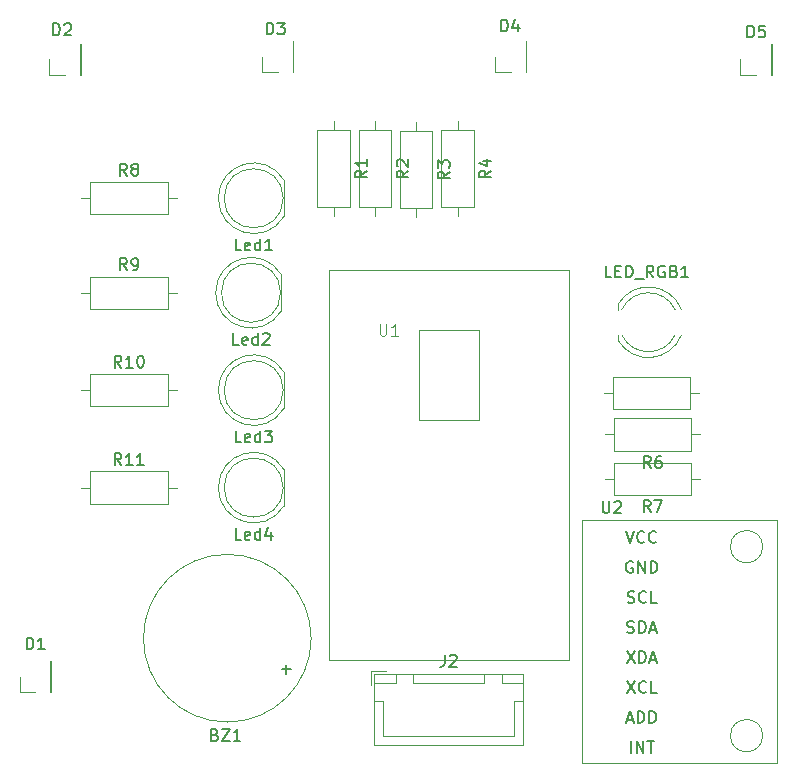
<source format=gbr>
%TF.GenerationSoftware,KiCad,Pcbnew,8.0.5*%
%TF.CreationDate,2024-11-18T10:32:16-03:00*%
%TF.ProjectId,PCB_Luva,5043425f-4c75-4766-912e-6b696361645f,rev?*%
%TF.SameCoordinates,Original*%
%TF.FileFunction,Legend,Top*%
%TF.FilePolarity,Positive*%
%FSLAX46Y46*%
G04 Gerber Fmt 4.6, Leading zero omitted, Abs format (unit mm)*
G04 Created by KiCad (PCBNEW 8.0.5) date 2024-11-18 10:32:16*
%MOMM*%
%LPD*%
G01*
G04 APERTURE LIST*
%ADD10C,0.150000*%
%ADD11C,0.100000*%
%ADD12C,0.120000*%
G04 APERTURE END LIST*
D10*
X112527142Y-98834819D02*
X112193809Y-98358628D01*
X111955714Y-98834819D02*
X111955714Y-97834819D01*
X111955714Y-97834819D02*
X112336666Y-97834819D01*
X112336666Y-97834819D02*
X112431904Y-97882438D01*
X112431904Y-97882438D02*
X112479523Y-97930057D01*
X112479523Y-97930057D02*
X112527142Y-98025295D01*
X112527142Y-98025295D02*
X112527142Y-98168152D01*
X112527142Y-98168152D02*
X112479523Y-98263390D01*
X112479523Y-98263390D02*
X112431904Y-98311009D01*
X112431904Y-98311009D02*
X112336666Y-98358628D01*
X112336666Y-98358628D02*
X111955714Y-98358628D01*
X113479523Y-98834819D02*
X112908095Y-98834819D01*
X113193809Y-98834819D02*
X113193809Y-97834819D01*
X113193809Y-97834819D02*
X113098571Y-97977676D01*
X113098571Y-97977676D02*
X113003333Y-98072914D01*
X113003333Y-98072914D02*
X112908095Y-98120533D01*
X114098571Y-97834819D02*
X114193809Y-97834819D01*
X114193809Y-97834819D02*
X114289047Y-97882438D01*
X114289047Y-97882438D02*
X114336666Y-97930057D01*
X114336666Y-97930057D02*
X114384285Y-98025295D01*
X114384285Y-98025295D02*
X114431904Y-98215771D01*
X114431904Y-98215771D02*
X114431904Y-98453866D01*
X114431904Y-98453866D02*
X114384285Y-98644342D01*
X114384285Y-98644342D02*
X114336666Y-98739580D01*
X114336666Y-98739580D02*
X114289047Y-98787200D01*
X114289047Y-98787200D02*
X114193809Y-98834819D01*
X114193809Y-98834819D02*
X114098571Y-98834819D01*
X114098571Y-98834819D02*
X114003333Y-98787200D01*
X114003333Y-98787200D02*
X113955714Y-98739580D01*
X113955714Y-98739580D02*
X113908095Y-98644342D01*
X113908095Y-98644342D02*
X113860476Y-98453866D01*
X113860476Y-98453866D02*
X113860476Y-98215771D01*
X113860476Y-98215771D02*
X113908095Y-98025295D01*
X113908095Y-98025295D02*
X113955714Y-97930057D01*
X113955714Y-97930057D02*
X114003333Y-97882438D01*
X114003333Y-97882438D02*
X114098571Y-97834819D01*
X122682380Y-88914819D02*
X122206190Y-88914819D01*
X122206190Y-88914819D02*
X122206190Y-87914819D01*
X123396666Y-88867200D02*
X123301428Y-88914819D01*
X123301428Y-88914819D02*
X123110952Y-88914819D01*
X123110952Y-88914819D02*
X123015714Y-88867200D01*
X123015714Y-88867200D02*
X122968095Y-88771961D01*
X122968095Y-88771961D02*
X122968095Y-88391009D01*
X122968095Y-88391009D02*
X123015714Y-88295771D01*
X123015714Y-88295771D02*
X123110952Y-88248152D01*
X123110952Y-88248152D02*
X123301428Y-88248152D01*
X123301428Y-88248152D02*
X123396666Y-88295771D01*
X123396666Y-88295771D02*
X123444285Y-88391009D01*
X123444285Y-88391009D02*
X123444285Y-88486247D01*
X123444285Y-88486247D02*
X122968095Y-88581485D01*
X124301428Y-88914819D02*
X124301428Y-87914819D01*
X124301428Y-88867200D02*
X124206190Y-88914819D01*
X124206190Y-88914819D02*
X124015714Y-88914819D01*
X124015714Y-88914819D02*
X123920476Y-88867200D01*
X123920476Y-88867200D02*
X123872857Y-88819580D01*
X123872857Y-88819580D02*
X123825238Y-88724342D01*
X123825238Y-88724342D02*
X123825238Y-88438628D01*
X123825238Y-88438628D02*
X123872857Y-88343390D01*
X123872857Y-88343390D02*
X123920476Y-88295771D01*
X123920476Y-88295771D02*
X124015714Y-88248152D01*
X124015714Y-88248152D02*
X124206190Y-88248152D01*
X124206190Y-88248152D02*
X124301428Y-88295771D01*
X125301428Y-88914819D02*
X124730000Y-88914819D01*
X125015714Y-88914819D02*
X125015714Y-87914819D01*
X125015714Y-87914819D02*
X124920476Y-88057676D01*
X124920476Y-88057676D02*
X124825238Y-88152914D01*
X124825238Y-88152914D02*
X124730000Y-88200533D01*
X165536905Y-70879819D02*
X165536905Y-69879819D01*
X165536905Y-69879819D02*
X165775000Y-69879819D01*
X165775000Y-69879819D02*
X165917857Y-69927438D01*
X165917857Y-69927438D02*
X166013095Y-70022676D01*
X166013095Y-70022676D02*
X166060714Y-70117914D01*
X166060714Y-70117914D02*
X166108333Y-70308390D01*
X166108333Y-70308390D02*
X166108333Y-70451247D01*
X166108333Y-70451247D02*
X166060714Y-70641723D01*
X166060714Y-70641723D02*
X166013095Y-70736961D01*
X166013095Y-70736961D02*
X165917857Y-70832200D01*
X165917857Y-70832200D02*
X165775000Y-70879819D01*
X165775000Y-70879819D02*
X165536905Y-70879819D01*
X167013095Y-69879819D02*
X166536905Y-69879819D01*
X166536905Y-69879819D02*
X166489286Y-70356009D01*
X166489286Y-70356009D02*
X166536905Y-70308390D01*
X166536905Y-70308390D02*
X166632143Y-70260771D01*
X166632143Y-70260771D02*
X166870238Y-70260771D01*
X166870238Y-70260771D02*
X166965476Y-70308390D01*
X166965476Y-70308390D02*
X167013095Y-70356009D01*
X167013095Y-70356009D02*
X167060714Y-70451247D01*
X167060714Y-70451247D02*
X167060714Y-70689342D01*
X167060714Y-70689342D02*
X167013095Y-70784580D01*
X167013095Y-70784580D02*
X166965476Y-70832200D01*
X166965476Y-70832200D02*
X166870238Y-70879819D01*
X166870238Y-70879819D02*
X166632143Y-70879819D01*
X166632143Y-70879819D02*
X166536905Y-70832200D01*
X166536905Y-70832200D02*
X166489286Y-70784580D01*
X124836905Y-70629819D02*
X124836905Y-69629819D01*
X124836905Y-69629819D02*
X125075000Y-69629819D01*
X125075000Y-69629819D02*
X125217857Y-69677438D01*
X125217857Y-69677438D02*
X125313095Y-69772676D01*
X125313095Y-69772676D02*
X125360714Y-69867914D01*
X125360714Y-69867914D02*
X125408333Y-70058390D01*
X125408333Y-70058390D02*
X125408333Y-70201247D01*
X125408333Y-70201247D02*
X125360714Y-70391723D01*
X125360714Y-70391723D02*
X125313095Y-70486961D01*
X125313095Y-70486961D02*
X125217857Y-70582200D01*
X125217857Y-70582200D02*
X125075000Y-70629819D01*
X125075000Y-70629819D02*
X124836905Y-70629819D01*
X125741667Y-69629819D02*
X126360714Y-69629819D01*
X126360714Y-69629819D02*
X126027381Y-70010771D01*
X126027381Y-70010771D02*
X126170238Y-70010771D01*
X126170238Y-70010771D02*
X126265476Y-70058390D01*
X126265476Y-70058390D02*
X126313095Y-70106009D01*
X126313095Y-70106009D02*
X126360714Y-70201247D01*
X126360714Y-70201247D02*
X126360714Y-70439342D01*
X126360714Y-70439342D02*
X126313095Y-70534580D01*
X126313095Y-70534580D02*
X126265476Y-70582200D01*
X126265476Y-70582200D02*
X126170238Y-70629819D01*
X126170238Y-70629819D02*
X125884524Y-70629819D01*
X125884524Y-70629819D02*
X125789286Y-70582200D01*
X125789286Y-70582200D02*
X125741667Y-70534580D01*
X113003333Y-90584819D02*
X112670000Y-90108628D01*
X112431905Y-90584819D02*
X112431905Y-89584819D01*
X112431905Y-89584819D02*
X112812857Y-89584819D01*
X112812857Y-89584819D02*
X112908095Y-89632438D01*
X112908095Y-89632438D02*
X112955714Y-89680057D01*
X112955714Y-89680057D02*
X113003333Y-89775295D01*
X113003333Y-89775295D02*
X113003333Y-89918152D01*
X113003333Y-89918152D02*
X112955714Y-90013390D01*
X112955714Y-90013390D02*
X112908095Y-90061009D01*
X112908095Y-90061009D02*
X112812857Y-90108628D01*
X112812857Y-90108628D02*
X112431905Y-90108628D01*
X113479524Y-90584819D02*
X113670000Y-90584819D01*
X113670000Y-90584819D02*
X113765238Y-90537200D01*
X113765238Y-90537200D02*
X113812857Y-90489580D01*
X113812857Y-90489580D02*
X113908095Y-90346723D01*
X113908095Y-90346723D02*
X113955714Y-90156247D01*
X113955714Y-90156247D02*
X113955714Y-89775295D01*
X113955714Y-89775295D02*
X113908095Y-89680057D01*
X113908095Y-89680057D02*
X113860476Y-89632438D01*
X113860476Y-89632438D02*
X113765238Y-89584819D01*
X113765238Y-89584819D02*
X113574762Y-89584819D01*
X113574762Y-89584819D02*
X113479524Y-89632438D01*
X113479524Y-89632438D02*
X113431905Y-89680057D01*
X113431905Y-89680057D02*
X113384286Y-89775295D01*
X113384286Y-89775295D02*
X113384286Y-90013390D01*
X113384286Y-90013390D02*
X113431905Y-90108628D01*
X113431905Y-90108628D02*
X113479524Y-90156247D01*
X113479524Y-90156247D02*
X113574762Y-90203866D01*
X113574762Y-90203866D02*
X113765238Y-90203866D01*
X113765238Y-90203866D02*
X113860476Y-90156247D01*
X113860476Y-90156247D02*
X113908095Y-90108628D01*
X113908095Y-90108628D02*
X113955714Y-90013390D01*
X143824819Y-82166666D02*
X143348628Y-82499999D01*
X143824819Y-82738094D02*
X142824819Y-82738094D01*
X142824819Y-82738094D02*
X142824819Y-82357142D01*
X142824819Y-82357142D02*
X142872438Y-82261904D01*
X142872438Y-82261904D02*
X142920057Y-82214285D01*
X142920057Y-82214285D02*
X143015295Y-82166666D01*
X143015295Y-82166666D02*
X143158152Y-82166666D01*
X143158152Y-82166666D02*
X143253390Y-82214285D01*
X143253390Y-82214285D02*
X143301009Y-82261904D01*
X143301009Y-82261904D02*
X143348628Y-82357142D01*
X143348628Y-82357142D02*
X143348628Y-82738094D01*
X143158152Y-81309523D02*
X143824819Y-81309523D01*
X142777200Y-81547618D02*
X143491485Y-81785713D01*
X143491485Y-81785713D02*
X143491485Y-81166666D01*
D11*
X134393095Y-95127419D02*
X134393095Y-95936942D01*
X134393095Y-95936942D02*
X134440714Y-96032180D01*
X134440714Y-96032180D02*
X134488333Y-96079800D01*
X134488333Y-96079800D02*
X134583571Y-96127419D01*
X134583571Y-96127419D02*
X134774047Y-96127419D01*
X134774047Y-96127419D02*
X134869285Y-96079800D01*
X134869285Y-96079800D02*
X134916904Y-96032180D01*
X134916904Y-96032180D02*
X134964523Y-95936942D01*
X134964523Y-95936942D02*
X134964523Y-95127419D01*
X135964523Y-96127419D02*
X135393095Y-96127419D01*
X135678809Y-96127419D02*
X135678809Y-95127419D01*
X135678809Y-95127419D02*
X135583571Y-95270276D01*
X135583571Y-95270276D02*
X135488333Y-95365514D01*
X135488333Y-95365514D02*
X135393095Y-95413133D01*
D10*
X106761905Y-70704819D02*
X106761905Y-69704819D01*
X106761905Y-69704819D02*
X107000000Y-69704819D01*
X107000000Y-69704819D02*
X107142857Y-69752438D01*
X107142857Y-69752438D02*
X107238095Y-69847676D01*
X107238095Y-69847676D02*
X107285714Y-69942914D01*
X107285714Y-69942914D02*
X107333333Y-70133390D01*
X107333333Y-70133390D02*
X107333333Y-70276247D01*
X107333333Y-70276247D02*
X107285714Y-70466723D01*
X107285714Y-70466723D02*
X107238095Y-70561961D01*
X107238095Y-70561961D02*
X107142857Y-70657200D01*
X107142857Y-70657200D02*
X107000000Y-70704819D01*
X107000000Y-70704819D02*
X106761905Y-70704819D01*
X107714286Y-69800057D02*
X107761905Y-69752438D01*
X107761905Y-69752438D02*
X107857143Y-69704819D01*
X107857143Y-69704819D02*
X108095238Y-69704819D01*
X108095238Y-69704819D02*
X108190476Y-69752438D01*
X108190476Y-69752438D02*
X108238095Y-69800057D01*
X108238095Y-69800057D02*
X108285714Y-69895295D01*
X108285714Y-69895295D02*
X108285714Y-69990533D01*
X108285714Y-69990533D02*
X108238095Y-70133390D01*
X108238095Y-70133390D02*
X107666667Y-70704819D01*
X107666667Y-70704819D02*
X108285714Y-70704819D01*
X122457380Y-96914819D02*
X121981190Y-96914819D01*
X121981190Y-96914819D02*
X121981190Y-95914819D01*
X123171666Y-96867200D02*
X123076428Y-96914819D01*
X123076428Y-96914819D02*
X122885952Y-96914819D01*
X122885952Y-96914819D02*
X122790714Y-96867200D01*
X122790714Y-96867200D02*
X122743095Y-96771961D01*
X122743095Y-96771961D02*
X122743095Y-96391009D01*
X122743095Y-96391009D02*
X122790714Y-96295771D01*
X122790714Y-96295771D02*
X122885952Y-96248152D01*
X122885952Y-96248152D02*
X123076428Y-96248152D01*
X123076428Y-96248152D02*
X123171666Y-96295771D01*
X123171666Y-96295771D02*
X123219285Y-96391009D01*
X123219285Y-96391009D02*
X123219285Y-96486247D01*
X123219285Y-96486247D02*
X122743095Y-96581485D01*
X124076428Y-96914819D02*
X124076428Y-95914819D01*
X124076428Y-96867200D02*
X123981190Y-96914819D01*
X123981190Y-96914819D02*
X123790714Y-96914819D01*
X123790714Y-96914819D02*
X123695476Y-96867200D01*
X123695476Y-96867200D02*
X123647857Y-96819580D01*
X123647857Y-96819580D02*
X123600238Y-96724342D01*
X123600238Y-96724342D02*
X123600238Y-96438628D01*
X123600238Y-96438628D02*
X123647857Y-96343390D01*
X123647857Y-96343390D02*
X123695476Y-96295771D01*
X123695476Y-96295771D02*
X123790714Y-96248152D01*
X123790714Y-96248152D02*
X123981190Y-96248152D01*
X123981190Y-96248152D02*
X124076428Y-96295771D01*
X124505000Y-96010057D02*
X124552619Y-95962438D01*
X124552619Y-95962438D02*
X124647857Y-95914819D01*
X124647857Y-95914819D02*
X124885952Y-95914819D01*
X124885952Y-95914819D02*
X124981190Y-95962438D01*
X124981190Y-95962438D02*
X125028809Y-96010057D01*
X125028809Y-96010057D02*
X125076428Y-96105295D01*
X125076428Y-96105295D02*
X125076428Y-96200533D01*
X125076428Y-96200533D02*
X125028809Y-96343390D01*
X125028809Y-96343390D02*
X124457381Y-96914819D01*
X124457381Y-96914819D02*
X125076428Y-96914819D01*
X157333333Y-111074819D02*
X157000000Y-110598628D01*
X156761905Y-111074819D02*
X156761905Y-110074819D01*
X156761905Y-110074819D02*
X157142857Y-110074819D01*
X157142857Y-110074819D02*
X157238095Y-110122438D01*
X157238095Y-110122438D02*
X157285714Y-110170057D01*
X157285714Y-110170057D02*
X157333333Y-110265295D01*
X157333333Y-110265295D02*
X157333333Y-110408152D01*
X157333333Y-110408152D02*
X157285714Y-110503390D01*
X157285714Y-110503390D02*
X157238095Y-110551009D01*
X157238095Y-110551009D02*
X157142857Y-110598628D01*
X157142857Y-110598628D02*
X156761905Y-110598628D01*
X157666667Y-110074819D02*
X158333333Y-110074819D01*
X158333333Y-110074819D02*
X157904762Y-111074819D01*
X144686905Y-70379819D02*
X144686905Y-69379819D01*
X144686905Y-69379819D02*
X144925000Y-69379819D01*
X144925000Y-69379819D02*
X145067857Y-69427438D01*
X145067857Y-69427438D02*
X145163095Y-69522676D01*
X145163095Y-69522676D02*
X145210714Y-69617914D01*
X145210714Y-69617914D02*
X145258333Y-69808390D01*
X145258333Y-69808390D02*
X145258333Y-69951247D01*
X145258333Y-69951247D02*
X145210714Y-70141723D01*
X145210714Y-70141723D02*
X145163095Y-70236961D01*
X145163095Y-70236961D02*
X145067857Y-70332200D01*
X145067857Y-70332200D02*
X144925000Y-70379819D01*
X144925000Y-70379819D02*
X144686905Y-70379819D01*
X146115476Y-69713152D02*
X146115476Y-70379819D01*
X145877381Y-69332200D02*
X145639286Y-70046485D01*
X145639286Y-70046485D02*
X146258333Y-70046485D01*
X133324819Y-82166666D02*
X132848628Y-82499999D01*
X133324819Y-82738094D02*
X132324819Y-82738094D01*
X132324819Y-82738094D02*
X132324819Y-82357142D01*
X132324819Y-82357142D02*
X132372438Y-82261904D01*
X132372438Y-82261904D02*
X132420057Y-82214285D01*
X132420057Y-82214285D02*
X132515295Y-82166666D01*
X132515295Y-82166666D02*
X132658152Y-82166666D01*
X132658152Y-82166666D02*
X132753390Y-82214285D01*
X132753390Y-82214285D02*
X132801009Y-82261904D01*
X132801009Y-82261904D02*
X132848628Y-82357142D01*
X132848628Y-82357142D02*
X132848628Y-82738094D01*
X133324819Y-81214285D02*
X133324819Y-81785713D01*
X133324819Y-81499999D02*
X132324819Y-81499999D01*
X132324819Y-81499999D02*
X132467676Y-81595237D01*
X132467676Y-81595237D02*
X132562914Y-81690475D01*
X132562914Y-81690475D02*
X132610533Y-81785713D01*
X157333333Y-107324819D02*
X157000000Y-106848628D01*
X156761905Y-107324819D02*
X156761905Y-106324819D01*
X156761905Y-106324819D02*
X157142857Y-106324819D01*
X157142857Y-106324819D02*
X157238095Y-106372438D01*
X157238095Y-106372438D02*
X157285714Y-106420057D01*
X157285714Y-106420057D02*
X157333333Y-106515295D01*
X157333333Y-106515295D02*
X157333333Y-106658152D01*
X157333333Y-106658152D02*
X157285714Y-106753390D01*
X157285714Y-106753390D02*
X157238095Y-106801009D01*
X157238095Y-106801009D02*
X157142857Y-106848628D01*
X157142857Y-106848628D02*
X156761905Y-106848628D01*
X158190476Y-106324819D02*
X158000000Y-106324819D01*
X158000000Y-106324819D02*
X157904762Y-106372438D01*
X157904762Y-106372438D02*
X157857143Y-106420057D01*
X157857143Y-106420057D02*
X157761905Y-106562914D01*
X157761905Y-106562914D02*
X157714286Y-106753390D01*
X157714286Y-106753390D02*
X157714286Y-107134342D01*
X157714286Y-107134342D02*
X157761905Y-107229580D01*
X157761905Y-107229580D02*
X157809524Y-107277200D01*
X157809524Y-107277200D02*
X157904762Y-107324819D01*
X157904762Y-107324819D02*
X158095238Y-107324819D01*
X158095238Y-107324819D02*
X158190476Y-107277200D01*
X158190476Y-107277200D02*
X158238095Y-107229580D01*
X158238095Y-107229580D02*
X158285714Y-107134342D01*
X158285714Y-107134342D02*
X158285714Y-106896247D01*
X158285714Y-106896247D02*
X158238095Y-106801009D01*
X158238095Y-106801009D02*
X158190476Y-106753390D01*
X158190476Y-106753390D02*
X158095238Y-106705771D01*
X158095238Y-106705771D02*
X157904762Y-106705771D01*
X157904762Y-106705771D02*
X157809524Y-106753390D01*
X157809524Y-106753390D02*
X157761905Y-106801009D01*
X157761905Y-106801009D02*
X157714286Y-106896247D01*
X139916666Y-123154819D02*
X139916666Y-123869104D01*
X139916666Y-123869104D02*
X139869047Y-124011961D01*
X139869047Y-124011961D02*
X139773809Y-124107200D01*
X139773809Y-124107200D02*
X139630952Y-124154819D01*
X139630952Y-124154819D02*
X139535714Y-124154819D01*
X140345238Y-123250057D02*
X140392857Y-123202438D01*
X140392857Y-123202438D02*
X140488095Y-123154819D01*
X140488095Y-123154819D02*
X140726190Y-123154819D01*
X140726190Y-123154819D02*
X140821428Y-123202438D01*
X140821428Y-123202438D02*
X140869047Y-123250057D01*
X140869047Y-123250057D02*
X140916666Y-123345295D01*
X140916666Y-123345295D02*
X140916666Y-123440533D01*
X140916666Y-123440533D02*
X140869047Y-123583390D01*
X140869047Y-123583390D02*
X140297619Y-124154819D01*
X140297619Y-124154819D02*
X140916666Y-124154819D01*
X122682380Y-113414819D02*
X122206190Y-113414819D01*
X122206190Y-113414819D02*
X122206190Y-112414819D01*
X123396666Y-113367200D02*
X123301428Y-113414819D01*
X123301428Y-113414819D02*
X123110952Y-113414819D01*
X123110952Y-113414819D02*
X123015714Y-113367200D01*
X123015714Y-113367200D02*
X122968095Y-113271961D01*
X122968095Y-113271961D02*
X122968095Y-112891009D01*
X122968095Y-112891009D02*
X123015714Y-112795771D01*
X123015714Y-112795771D02*
X123110952Y-112748152D01*
X123110952Y-112748152D02*
X123301428Y-112748152D01*
X123301428Y-112748152D02*
X123396666Y-112795771D01*
X123396666Y-112795771D02*
X123444285Y-112891009D01*
X123444285Y-112891009D02*
X123444285Y-112986247D01*
X123444285Y-112986247D02*
X122968095Y-113081485D01*
X124301428Y-113414819D02*
X124301428Y-112414819D01*
X124301428Y-113367200D02*
X124206190Y-113414819D01*
X124206190Y-113414819D02*
X124015714Y-113414819D01*
X124015714Y-113414819D02*
X123920476Y-113367200D01*
X123920476Y-113367200D02*
X123872857Y-113319580D01*
X123872857Y-113319580D02*
X123825238Y-113224342D01*
X123825238Y-113224342D02*
X123825238Y-112938628D01*
X123825238Y-112938628D02*
X123872857Y-112843390D01*
X123872857Y-112843390D02*
X123920476Y-112795771D01*
X123920476Y-112795771D02*
X124015714Y-112748152D01*
X124015714Y-112748152D02*
X124206190Y-112748152D01*
X124206190Y-112748152D02*
X124301428Y-112795771D01*
X125206190Y-112748152D02*
X125206190Y-113414819D01*
X124968095Y-112367200D02*
X124730000Y-113081485D01*
X124730000Y-113081485D02*
X125349047Y-113081485D01*
X153999999Y-91204819D02*
X153523809Y-91204819D01*
X153523809Y-91204819D02*
X153523809Y-90204819D01*
X154333333Y-90681009D02*
X154666666Y-90681009D01*
X154809523Y-91204819D02*
X154333333Y-91204819D01*
X154333333Y-91204819D02*
X154333333Y-90204819D01*
X154333333Y-90204819D02*
X154809523Y-90204819D01*
X155238095Y-91204819D02*
X155238095Y-90204819D01*
X155238095Y-90204819D02*
X155476190Y-90204819D01*
X155476190Y-90204819D02*
X155619047Y-90252438D01*
X155619047Y-90252438D02*
X155714285Y-90347676D01*
X155714285Y-90347676D02*
X155761904Y-90442914D01*
X155761904Y-90442914D02*
X155809523Y-90633390D01*
X155809523Y-90633390D02*
X155809523Y-90776247D01*
X155809523Y-90776247D02*
X155761904Y-90966723D01*
X155761904Y-90966723D02*
X155714285Y-91061961D01*
X155714285Y-91061961D02*
X155619047Y-91157200D01*
X155619047Y-91157200D02*
X155476190Y-91204819D01*
X155476190Y-91204819D02*
X155238095Y-91204819D01*
X156000000Y-91300057D02*
X156761904Y-91300057D01*
X157571428Y-91204819D02*
X157238095Y-90728628D01*
X157000000Y-91204819D02*
X157000000Y-90204819D01*
X157000000Y-90204819D02*
X157380952Y-90204819D01*
X157380952Y-90204819D02*
X157476190Y-90252438D01*
X157476190Y-90252438D02*
X157523809Y-90300057D01*
X157523809Y-90300057D02*
X157571428Y-90395295D01*
X157571428Y-90395295D02*
X157571428Y-90538152D01*
X157571428Y-90538152D02*
X157523809Y-90633390D01*
X157523809Y-90633390D02*
X157476190Y-90681009D01*
X157476190Y-90681009D02*
X157380952Y-90728628D01*
X157380952Y-90728628D02*
X157000000Y-90728628D01*
X158523809Y-90252438D02*
X158428571Y-90204819D01*
X158428571Y-90204819D02*
X158285714Y-90204819D01*
X158285714Y-90204819D02*
X158142857Y-90252438D01*
X158142857Y-90252438D02*
X158047619Y-90347676D01*
X158047619Y-90347676D02*
X158000000Y-90442914D01*
X158000000Y-90442914D02*
X157952381Y-90633390D01*
X157952381Y-90633390D02*
X157952381Y-90776247D01*
X157952381Y-90776247D02*
X158000000Y-90966723D01*
X158000000Y-90966723D02*
X158047619Y-91061961D01*
X158047619Y-91061961D02*
X158142857Y-91157200D01*
X158142857Y-91157200D02*
X158285714Y-91204819D01*
X158285714Y-91204819D02*
X158380952Y-91204819D01*
X158380952Y-91204819D02*
X158523809Y-91157200D01*
X158523809Y-91157200D02*
X158571428Y-91109580D01*
X158571428Y-91109580D02*
X158571428Y-90776247D01*
X158571428Y-90776247D02*
X158380952Y-90776247D01*
X159333333Y-90681009D02*
X159476190Y-90728628D01*
X159476190Y-90728628D02*
X159523809Y-90776247D01*
X159523809Y-90776247D02*
X159571428Y-90871485D01*
X159571428Y-90871485D02*
X159571428Y-91014342D01*
X159571428Y-91014342D02*
X159523809Y-91109580D01*
X159523809Y-91109580D02*
X159476190Y-91157200D01*
X159476190Y-91157200D02*
X159380952Y-91204819D01*
X159380952Y-91204819D02*
X159000000Y-91204819D01*
X159000000Y-91204819D02*
X159000000Y-90204819D01*
X159000000Y-90204819D02*
X159333333Y-90204819D01*
X159333333Y-90204819D02*
X159428571Y-90252438D01*
X159428571Y-90252438D02*
X159476190Y-90300057D01*
X159476190Y-90300057D02*
X159523809Y-90395295D01*
X159523809Y-90395295D02*
X159523809Y-90490533D01*
X159523809Y-90490533D02*
X159476190Y-90585771D01*
X159476190Y-90585771D02*
X159428571Y-90633390D01*
X159428571Y-90633390D02*
X159333333Y-90681009D01*
X159333333Y-90681009D02*
X159000000Y-90681009D01*
X160523809Y-91204819D02*
X159952381Y-91204819D01*
X160238095Y-91204819D02*
X160238095Y-90204819D01*
X160238095Y-90204819D02*
X160142857Y-90347676D01*
X160142857Y-90347676D02*
X160047619Y-90442914D01*
X160047619Y-90442914D02*
X159952381Y-90490533D01*
X140324819Y-82246666D02*
X139848628Y-82579999D01*
X140324819Y-82818094D02*
X139324819Y-82818094D01*
X139324819Y-82818094D02*
X139324819Y-82437142D01*
X139324819Y-82437142D02*
X139372438Y-82341904D01*
X139372438Y-82341904D02*
X139420057Y-82294285D01*
X139420057Y-82294285D02*
X139515295Y-82246666D01*
X139515295Y-82246666D02*
X139658152Y-82246666D01*
X139658152Y-82246666D02*
X139753390Y-82294285D01*
X139753390Y-82294285D02*
X139801009Y-82341904D01*
X139801009Y-82341904D02*
X139848628Y-82437142D01*
X139848628Y-82437142D02*
X139848628Y-82818094D01*
X139324819Y-81913332D02*
X139324819Y-81294285D01*
X139324819Y-81294285D02*
X139705771Y-81627618D01*
X139705771Y-81627618D02*
X139705771Y-81484761D01*
X139705771Y-81484761D02*
X139753390Y-81389523D01*
X139753390Y-81389523D02*
X139801009Y-81341904D01*
X139801009Y-81341904D02*
X139896247Y-81294285D01*
X139896247Y-81294285D02*
X140134342Y-81294285D01*
X140134342Y-81294285D02*
X140229580Y-81341904D01*
X140229580Y-81341904D02*
X140277200Y-81389523D01*
X140277200Y-81389523D02*
X140324819Y-81484761D01*
X140324819Y-81484761D02*
X140324819Y-81770475D01*
X140324819Y-81770475D02*
X140277200Y-81865713D01*
X140277200Y-81865713D02*
X140229580Y-81913332D01*
X120459047Y-129911009D02*
X120601904Y-129958628D01*
X120601904Y-129958628D02*
X120649523Y-130006247D01*
X120649523Y-130006247D02*
X120697142Y-130101485D01*
X120697142Y-130101485D02*
X120697142Y-130244342D01*
X120697142Y-130244342D02*
X120649523Y-130339580D01*
X120649523Y-130339580D02*
X120601904Y-130387200D01*
X120601904Y-130387200D02*
X120506666Y-130434819D01*
X120506666Y-130434819D02*
X120125714Y-130434819D01*
X120125714Y-130434819D02*
X120125714Y-129434819D01*
X120125714Y-129434819D02*
X120459047Y-129434819D01*
X120459047Y-129434819D02*
X120554285Y-129482438D01*
X120554285Y-129482438D02*
X120601904Y-129530057D01*
X120601904Y-129530057D02*
X120649523Y-129625295D01*
X120649523Y-129625295D02*
X120649523Y-129720533D01*
X120649523Y-129720533D02*
X120601904Y-129815771D01*
X120601904Y-129815771D02*
X120554285Y-129863390D01*
X120554285Y-129863390D02*
X120459047Y-129911009D01*
X120459047Y-129911009D02*
X120125714Y-129911009D01*
X121030476Y-129434819D02*
X121697142Y-129434819D01*
X121697142Y-129434819D02*
X121030476Y-130434819D01*
X121030476Y-130434819D02*
X121697142Y-130434819D01*
X122601904Y-130434819D02*
X122030476Y-130434819D01*
X122316190Y-130434819D02*
X122316190Y-129434819D01*
X122316190Y-129434819D02*
X122220952Y-129577676D01*
X122220952Y-129577676D02*
X122125714Y-129672914D01*
X122125714Y-129672914D02*
X122030476Y-129720533D01*
X126129048Y-124363866D02*
X126890953Y-124363866D01*
X126510000Y-124744819D02*
X126510000Y-123982914D01*
X136824819Y-82166666D02*
X136348628Y-82499999D01*
X136824819Y-82738094D02*
X135824819Y-82738094D01*
X135824819Y-82738094D02*
X135824819Y-82357142D01*
X135824819Y-82357142D02*
X135872438Y-82261904D01*
X135872438Y-82261904D02*
X135920057Y-82214285D01*
X135920057Y-82214285D02*
X136015295Y-82166666D01*
X136015295Y-82166666D02*
X136158152Y-82166666D01*
X136158152Y-82166666D02*
X136253390Y-82214285D01*
X136253390Y-82214285D02*
X136301009Y-82261904D01*
X136301009Y-82261904D02*
X136348628Y-82357142D01*
X136348628Y-82357142D02*
X136348628Y-82738094D01*
X135920057Y-81785713D02*
X135872438Y-81738094D01*
X135872438Y-81738094D02*
X135824819Y-81642856D01*
X135824819Y-81642856D02*
X135824819Y-81404761D01*
X135824819Y-81404761D02*
X135872438Y-81309523D01*
X135872438Y-81309523D02*
X135920057Y-81261904D01*
X135920057Y-81261904D02*
X136015295Y-81214285D01*
X136015295Y-81214285D02*
X136110533Y-81214285D01*
X136110533Y-81214285D02*
X136253390Y-81261904D01*
X136253390Y-81261904D02*
X136824819Y-81833332D01*
X136824819Y-81833332D02*
X136824819Y-81214285D01*
X113003333Y-82584819D02*
X112670000Y-82108628D01*
X112431905Y-82584819D02*
X112431905Y-81584819D01*
X112431905Y-81584819D02*
X112812857Y-81584819D01*
X112812857Y-81584819D02*
X112908095Y-81632438D01*
X112908095Y-81632438D02*
X112955714Y-81680057D01*
X112955714Y-81680057D02*
X113003333Y-81775295D01*
X113003333Y-81775295D02*
X113003333Y-81918152D01*
X113003333Y-81918152D02*
X112955714Y-82013390D01*
X112955714Y-82013390D02*
X112908095Y-82061009D01*
X112908095Y-82061009D02*
X112812857Y-82108628D01*
X112812857Y-82108628D02*
X112431905Y-82108628D01*
X113574762Y-82013390D02*
X113479524Y-81965771D01*
X113479524Y-81965771D02*
X113431905Y-81918152D01*
X113431905Y-81918152D02*
X113384286Y-81822914D01*
X113384286Y-81822914D02*
X113384286Y-81775295D01*
X113384286Y-81775295D02*
X113431905Y-81680057D01*
X113431905Y-81680057D02*
X113479524Y-81632438D01*
X113479524Y-81632438D02*
X113574762Y-81584819D01*
X113574762Y-81584819D02*
X113765238Y-81584819D01*
X113765238Y-81584819D02*
X113860476Y-81632438D01*
X113860476Y-81632438D02*
X113908095Y-81680057D01*
X113908095Y-81680057D02*
X113955714Y-81775295D01*
X113955714Y-81775295D02*
X113955714Y-81822914D01*
X113955714Y-81822914D02*
X113908095Y-81918152D01*
X113908095Y-81918152D02*
X113860476Y-81965771D01*
X113860476Y-81965771D02*
X113765238Y-82013390D01*
X113765238Y-82013390D02*
X113574762Y-82013390D01*
X113574762Y-82013390D02*
X113479524Y-82061009D01*
X113479524Y-82061009D02*
X113431905Y-82108628D01*
X113431905Y-82108628D02*
X113384286Y-82203866D01*
X113384286Y-82203866D02*
X113384286Y-82394342D01*
X113384286Y-82394342D02*
X113431905Y-82489580D01*
X113431905Y-82489580D02*
X113479524Y-82537200D01*
X113479524Y-82537200D02*
X113574762Y-82584819D01*
X113574762Y-82584819D02*
X113765238Y-82584819D01*
X113765238Y-82584819D02*
X113860476Y-82537200D01*
X113860476Y-82537200D02*
X113908095Y-82489580D01*
X113908095Y-82489580D02*
X113955714Y-82394342D01*
X113955714Y-82394342D02*
X113955714Y-82203866D01*
X113955714Y-82203866D02*
X113908095Y-82108628D01*
X113908095Y-82108628D02*
X113860476Y-82061009D01*
X113860476Y-82061009D02*
X113765238Y-82013390D01*
X122682380Y-105164819D02*
X122206190Y-105164819D01*
X122206190Y-105164819D02*
X122206190Y-104164819D01*
X123396666Y-105117200D02*
X123301428Y-105164819D01*
X123301428Y-105164819D02*
X123110952Y-105164819D01*
X123110952Y-105164819D02*
X123015714Y-105117200D01*
X123015714Y-105117200D02*
X122968095Y-105021961D01*
X122968095Y-105021961D02*
X122968095Y-104641009D01*
X122968095Y-104641009D02*
X123015714Y-104545771D01*
X123015714Y-104545771D02*
X123110952Y-104498152D01*
X123110952Y-104498152D02*
X123301428Y-104498152D01*
X123301428Y-104498152D02*
X123396666Y-104545771D01*
X123396666Y-104545771D02*
X123444285Y-104641009D01*
X123444285Y-104641009D02*
X123444285Y-104736247D01*
X123444285Y-104736247D02*
X122968095Y-104831485D01*
X124301428Y-105164819D02*
X124301428Y-104164819D01*
X124301428Y-105117200D02*
X124206190Y-105164819D01*
X124206190Y-105164819D02*
X124015714Y-105164819D01*
X124015714Y-105164819D02*
X123920476Y-105117200D01*
X123920476Y-105117200D02*
X123872857Y-105069580D01*
X123872857Y-105069580D02*
X123825238Y-104974342D01*
X123825238Y-104974342D02*
X123825238Y-104688628D01*
X123825238Y-104688628D02*
X123872857Y-104593390D01*
X123872857Y-104593390D02*
X123920476Y-104545771D01*
X123920476Y-104545771D02*
X124015714Y-104498152D01*
X124015714Y-104498152D02*
X124206190Y-104498152D01*
X124206190Y-104498152D02*
X124301428Y-104545771D01*
X124682381Y-104164819D02*
X125301428Y-104164819D01*
X125301428Y-104164819D02*
X124968095Y-104545771D01*
X124968095Y-104545771D02*
X125110952Y-104545771D01*
X125110952Y-104545771D02*
X125206190Y-104593390D01*
X125206190Y-104593390D02*
X125253809Y-104641009D01*
X125253809Y-104641009D02*
X125301428Y-104736247D01*
X125301428Y-104736247D02*
X125301428Y-104974342D01*
X125301428Y-104974342D02*
X125253809Y-105069580D01*
X125253809Y-105069580D02*
X125206190Y-105117200D01*
X125206190Y-105117200D02*
X125110952Y-105164819D01*
X125110952Y-105164819D02*
X124825238Y-105164819D01*
X124825238Y-105164819D02*
X124730000Y-105117200D01*
X124730000Y-105117200D02*
X124682381Y-105069580D01*
X104511905Y-122704819D02*
X104511905Y-121704819D01*
X104511905Y-121704819D02*
X104750000Y-121704819D01*
X104750000Y-121704819D02*
X104892857Y-121752438D01*
X104892857Y-121752438D02*
X104988095Y-121847676D01*
X104988095Y-121847676D02*
X105035714Y-121942914D01*
X105035714Y-121942914D02*
X105083333Y-122133390D01*
X105083333Y-122133390D02*
X105083333Y-122276247D01*
X105083333Y-122276247D02*
X105035714Y-122466723D01*
X105035714Y-122466723D02*
X104988095Y-122561961D01*
X104988095Y-122561961D02*
X104892857Y-122657200D01*
X104892857Y-122657200D02*
X104750000Y-122704819D01*
X104750000Y-122704819D02*
X104511905Y-122704819D01*
X106035714Y-122704819D02*
X105464286Y-122704819D01*
X105750000Y-122704819D02*
X105750000Y-121704819D01*
X105750000Y-121704819D02*
X105654762Y-121847676D01*
X105654762Y-121847676D02*
X105559524Y-121942914D01*
X105559524Y-121942914D02*
X105464286Y-121990533D01*
X153273095Y-110151819D02*
X153273095Y-110961342D01*
X153273095Y-110961342D02*
X153320714Y-111056580D01*
X153320714Y-111056580D02*
X153368333Y-111104200D01*
X153368333Y-111104200D02*
X153463571Y-111151819D01*
X153463571Y-111151819D02*
X153654047Y-111151819D01*
X153654047Y-111151819D02*
X153749285Y-111104200D01*
X153749285Y-111104200D02*
X153796904Y-111056580D01*
X153796904Y-111056580D02*
X153844523Y-110961342D01*
X153844523Y-110961342D02*
X153844523Y-110151819D01*
X154273095Y-110247057D02*
X154320714Y-110199438D01*
X154320714Y-110199438D02*
X154415952Y-110151819D01*
X154415952Y-110151819D02*
X154654047Y-110151819D01*
X154654047Y-110151819D02*
X154749285Y-110199438D01*
X154749285Y-110199438D02*
X154796904Y-110247057D01*
X154796904Y-110247057D02*
X154844523Y-110342295D01*
X154844523Y-110342295D02*
X154844523Y-110437533D01*
X154844523Y-110437533D02*
X154796904Y-110580390D01*
X154796904Y-110580390D02*
X154225476Y-111151819D01*
X154225476Y-111151819D02*
X154844523Y-111151819D01*
X155241667Y-112691819D02*
X155575000Y-113691819D01*
X155575000Y-113691819D02*
X155908333Y-112691819D01*
X156813095Y-113596580D02*
X156765476Y-113644200D01*
X156765476Y-113644200D02*
X156622619Y-113691819D01*
X156622619Y-113691819D02*
X156527381Y-113691819D01*
X156527381Y-113691819D02*
X156384524Y-113644200D01*
X156384524Y-113644200D02*
X156289286Y-113548961D01*
X156289286Y-113548961D02*
X156241667Y-113453723D01*
X156241667Y-113453723D02*
X156194048Y-113263247D01*
X156194048Y-113263247D02*
X156194048Y-113120390D01*
X156194048Y-113120390D02*
X156241667Y-112929914D01*
X156241667Y-112929914D02*
X156289286Y-112834676D01*
X156289286Y-112834676D02*
X156384524Y-112739438D01*
X156384524Y-112739438D02*
X156527381Y-112691819D01*
X156527381Y-112691819D02*
X156622619Y-112691819D01*
X156622619Y-112691819D02*
X156765476Y-112739438D01*
X156765476Y-112739438D02*
X156813095Y-112787057D01*
X157813095Y-113596580D02*
X157765476Y-113644200D01*
X157765476Y-113644200D02*
X157622619Y-113691819D01*
X157622619Y-113691819D02*
X157527381Y-113691819D01*
X157527381Y-113691819D02*
X157384524Y-113644200D01*
X157384524Y-113644200D02*
X157289286Y-113548961D01*
X157289286Y-113548961D02*
X157241667Y-113453723D01*
X157241667Y-113453723D02*
X157194048Y-113263247D01*
X157194048Y-113263247D02*
X157194048Y-113120390D01*
X157194048Y-113120390D02*
X157241667Y-112929914D01*
X157241667Y-112929914D02*
X157289286Y-112834676D01*
X157289286Y-112834676D02*
X157384524Y-112739438D01*
X157384524Y-112739438D02*
X157527381Y-112691819D01*
X157527381Y-112691819D02*
X157622619Y-112691819D01*
X157622619Y-112691819D02*
X157765476Y-112739438D01*
X157765476Y-112739438D02*
X157813095Y-112787057D01*
X155336905Y-128646104D02*
X155813095Y-128646104D01*
X155241667Y-128931819D02*
X155575000Y-127931819D01*
X155575000Y-127931819D02*
X155908333Y-128931819D01*
X156241667Y-128931819D02*
X156241667Y-127931819D01*
X156241667Y-127931819D02*
X156479762Y-127931819D01*
X156479762Y-127931819D02*
X156622619Y-127979438D01*
X156622619Y-127979438D02*
X156717857Y-128074676D01*
X156717857Y-128074676D02*
X156765476Y-128169914D01*
X156765476Y-128169914D02*
X156813095Y-128360390D01*
X156813095Y-128360390D02*
X156813095Y-128503247D01*
X156813095Y-128503247D02*
X156765476Y-128693723D01*
X156765476Y-128693723D02*
X156717857Y-128788961D01*
X156717857Y-128788961D02*
X156622619Y-128884200D01*
X156622619Y-128884200D02*
X156479762Y-128931819D01*
X156479762Y-128931819D02*
X156241667Y-128931819D01*
X157241667Y-128931819D02*
X157241667Y-127931819D01*
X157241667Y-127931819D02*
X157479762Y-127931819D01*
X157479762Y-127931819D02*
X157622619Y-127979438D01*
X157622619Y-127979438D02*
X157717857Y-128074676D01*
X157717857Y-128074676D02*
X157765476Y-128169914D01*
X157765476Y-128169914D02*
X157813095Y-128360390D01*
X157813095Y-128360390D02*
X157813095Y-128503247D01*
X157813095Y-128503247D02*
X157765476Y-128693723D01*
X157765476Y-128693723D02*
X157717857Y-128788961D01*
X157717857Y-128788961D02*
X157622619Y-128884200D01*
X157622619Y-128884200D02*
X157479762Y-128931819D01*
X157479762Y-128931819D02*
X157241667Y-128931819D01*
X155360714Y-121264200D02*
X155503571Y-121311819D01*
X155503571Y-121311819D02*
X155741666Y-121311819D01*
X155741666Y-121311819D02*
X155836904Y-121264200D01*
X155836904Y-121264200D02*
X155884523Y-121216580D01*
X155884523Y-121216580D02*
X155932142Y-121121342D01*
X155932142Y-121121342D02*
X155932142Y-121026104D01*
X155932142Y-121026104D02*
X155884523Y-120930866D01*
X155884523Y-120930866D02*
X155836904Y-120883247D01*
X155836904Y-120883247D02*
X155741666Y-120835628D01*
X155741666Y-120835628D02*
X155551190Y-120788009D01*
X155551190Y-120788009D02*
X155455952Y-120740390D01*
X155455952Y-120740390D02*
X155408333Y-120692771D01*
X155408333Y-120692771D02*
X155360714Y-120597533D01*
X155360714Y-120597533D02*
X155360714Y-120502295D01*
X155360714Y-120502295D02*
X155408333Y-120407057D01*
X155408333Y-120407057D02*
X155455952Y-120359438D01*
X155455952Y-120359438D02*
X155551190Y-120311819D01*
X155551190Y-120311819D02*
X155789285Y-120311819D01*
X155789285Y-120311819D02*
X155932142Y-120359438D01*
X156360714Y-121311819D02*
X156360714Y-120311819D01*
X156360714Y-120311819D02*
X156598809Y-120311819D01*
X156598809Y-120311819D02*
X156741666Y-120359438D01*
X156741666Y-120359438D02*
X156836904Y-120454676D01*
X156836904Y-120454676D02*
X156884523Y-120549914D01*
X156884523Y-120549914D02*
X156932142Y-120740390D01*
X156932142Y-120740390D02*
X156932142Y-120883247D01*
X156932142Y-120883247D02*
X156884523Y-121073723D01*
X156884523Y-121073723D02*
X156836904Y-121168961D01*
X156836904Y-121168961D02*
X156741666Y-121264200D01*
X156741666Y-121264200D02*
X156598809Y-121311819D01*
X156598809Y-121311819D02*
X156360714Y-121311819D01*
X157313095Y-121026104D02*
X157789285Y-121026104D01*
X157217857Y-121311819D02*
X157551190Y-120311819D01*
X157551190Y-120311819D02*
X157884523Y-121311819D01*
X155670238Y-131471819D02*
X155670238Y-130471819D01*
X156146428Y-131471819D02*
X156146428Y-130471819D01*
X156146428Y-130471819D02*
X156717856Y-131471819D01*
X156717856Y-131471819D02*
X156717856Y-130471819D01*
X157051190Y-130471819D02*
X157622618Y-130471819D01*
X157336904Y-131471819D02*
X157336904Y-130471819D01*
X155336905Y-125391819D02*
X156003571Y-126391819D01*
X156003571Y-125391819D02*
X155336905Y-126391819D01*
X156955952Y-126296580D02*
X156908333Y-126344200D01*
X156908333Y-126344200D02*
X156765476Y-126391819D01*
X156765476Y-126391819D02*
X156670238Y-126391819D01*
X156670238Y-126391819D02*
X156527381Y-126344200D01*
X156527381Y-126344200D02*
X156432143Y-126248961D01*
X156432143Y-126248961D02*
X156384524Y-126153723D01*
X156384524Y-126153723D02*
X156336905Y-125963247D01*
X156336905Y-125963247D02*
X156336905Y-125820390D01*
X156336905Y-125820390D02*
X156384524Y-125629914D01*
X156384524Y-125629914D02*
X156432143Y-125534676D01*
X156432143Y-125534676D02*
X156527381Y-125439438D01*
X156527381Y-125439438D02*
X156670238Y-125391819D01*
X156670238Y-125391819D02*
X156765476Y-125391819D01*
X156765476Y-125391819D02*
X156908333Y-125439438D01*
X156908333Y-125439438D02*
X156955952Y-125487057D01*
X157860714Y-126391819D02*
X157384524Y-126391819D01*
X157384524Y-126391819D02*
X157384524Y-125391819D01*
X155813095Y-115279438D02*
X155717857Y-115231819D01*
X155717857Y-115231819D02*
X155575000Y-115231819D01*
X155575000Y-115231819D02*
X155432143Y-115279438D01*
X155432143Y-115279438D02*
X155336905Y-115374676D01*
X155336905Y-115374676D02*
X155289286Y-115469914D01*
X155289286Y-115469914D02*
X155241667Y-115660390D01*
X155241667Y-115660390D02*
X155241667Y-115803247D01*
X155241667Y-115803247D02*
X155289286Y-115993723D01*
X155289286Y-115993723D02*
X155336905Y-116088961D01*
X155336905Y-116088961D02*
X155432143Y-116184200D01*
X155432143Y-116184200D02*
X155575000Y-116231819D01*
X155575000Y-116231819D02*
X155670238Y-116231819D01*
X155670238Y-116231819D02*
X155813095Y-116184200D01*
X155813095Y-116184200D02*
X155860714Y-116136580D01*
X155860714Y-116136580D02*
X155860714Y-115803247D01*
X155860714Y-115803247D02*
X155670238Y-115803247D01*
X156289286Y-116231819D02*
X156289286Y-115231819D01*
X156289286Y-115231819D02*
X156860714Y-116231819D01*
X156860714Y-116231819D02*
X156860714Y-115231819D01*
X157336905Y-116231819D02*
X157336905Y-115231819D01*
X157336905Y-115231819D02*
X157575000Y-115231819D01*
X157575000Y-115231819D02*
X157717857Y-115279438D01*
X157717857Y-115279438D02*
X157813095Y-115374676D01*
X157813095Y-115374676D02*
X157860714Y-115469914D01*
X157860714Y-115469914D02*
X157908333Y-115660390D01*
X157908333Y-115660390D02*
X157908333Y-115803247D01*
X157908333Y-115803247D02*
X157860714Y-115993723D01*
X157860714Y-115993723D02*
X157813095Y-116088961D01*
X157813095Y-116088961D02*
X157717857Y-116184200D01*
X157717857Y-116184200D02*
X157575000Y-116231819D01*
X157575000Y-116231819D02*
X157336905Y-116231819D01*
X155384524Y-118724200D02*
X155527381Y-118771819D01*
X155527381Y-118771819D02*
X155765476Y-118771819D01*
X155765476Y-118771819D02*
X155860714Y-118724200D01*
X155860714Y-118724200D02*
X155908333Y-118676580D01*
X155908333Y-118676580D02*
X155955952Y-118581342D01*
X155955952Y-118581342D02*
X155955952Y-118486104D01*
X155955952Y-118486104D02*
X155908333Y-118390866D01*
X155908333Y-118390866D02*
X155860714Y-118343247D01*
X155860714Y-118343247D02*
X155765476Y-118295628D01*
X155765476Y-118295628D02*
X155575000Y-118248009D01*
X155575000Y-118248009D02*
X155479762Y-118200390D01*
X155479762Y-118200390D02*
X155432143Y-118152771D01*
X155432143Y-118152771D02*
X155384524Y-118057533D01*
X155384524Y-118057533D02*
X155384524Y-117962295D01*
X155384524Y-117962295D02*
X155432143Y-117867057D01*
X155432143Y-117867057D02*
X155479762Y-117819438D01*
X155479762Y-117819438D02*
X155575000Y-117771819D01*
X155575000Y-117771819D02*
X155813095Y-117771819D01*
X155813095Y-117771819D02*
X155955952Y-117819438D01*
X156955952Y-118676580D02*
X156908333Y-118724200D01*
X156908333Y-118724200D02*
X156765476Y-118771819D01*
X156765476Y-118771819D02*
X156670238Y-118771819D01*
X156670238Y-118771819D02*
X156527381Y-118724200D01*
X156527381Y-118724200D02*
X156432143Y-118628961D01*
X156432143Y-118628961D02*
X156384524Y-118533723D01*
X156384524Y-118533723D02*
X156336905Y-118343247D01*
X156336905Y-118343247D02*
X156336905Y-118200390D01*
X156336905Y-118200390D02*
X156384524Y-118009914D01*
X156384524Y-118009914D02*
X156432143Y-117914676D01*
X156432143Y-117914676D02*
X156527381Y-117819438D01*
X156527381Y-117819438D02*
X156670238Y-117771819D01*
X156670238Y-117771819D02*
X156765476Y-117771819D01*
X156765476Y-117771819D02*
X156908333Y-117819438D01*
X156908333Y-117819438D02*
X156955952Y-117867057D01*
X157860714Y-118771819D02*
X157384524Y-118771819D01*
X157384524Y-118771819D02*
X157384524Y-117771819D01*
X155313095Y-122851819D02*
X155979761Y-123851819D01*
X155979761Y-122851819D02*
X155313095Y-123851819D01*
X156360714Y-123851819D02*
X156360714Y-122851819D01*
X156360714Y-122851819D02*
X156598809Y-122851819D01*
X156598809Y-122851819D02*
X156741666Y-122899438D01*
X156741666Y-122899438D02*
X156836904Y-122994676D01*
X156836904Y-122994676D02*
X156884523Y-123089914D01*
X156884523Y-123089914D02*
X156932142Y-123280390D01*
X156932142Y-123280390D02*
X156932142Y-123423247D01*
X156932142Y-123423247D02*
X156884523Y-123613723D01*
X156884523Y-123613723D02*
X156836904Y-123708961D01*
X156836904Y-123708961D02*
X156741666Y-123804200D01*
X156741666Y-123804200D02*
X156598809Y-123851819D01*
X156598809Y-123851819D02*
X156360714Y-123851819D01*
X157313095Y-123566104D02*
X157789285Y-123566104D01*
X157217857Y-123851819D02*
X157551190Y-122851819D01*
X157551190Y-122851819D02*
X157884523Y-123851819D01*
X112527142Y-107084819D02*
X112193809Y-106608628D01*
X111955714Y-107084819D02*
X111955714Y-106084819D01*
X111955714Y-106084819D02*
X112336666Y-106084819D01*
X112336666Y-106084819D02*
X112431904Y-106132438D01*
X112431904Y-106132438D02*
X112479523Y-106180057D01*
X112479523Y-106180057D02*
X112527142Y-106275295D01*
X112527142Y-106275295D02*
X112527142Y-106418152D01*
X112527142Y-106418152D02*
X112479523Y-106513390D01*
X112479523Y-106513390D02*
X112431904Y-106561009D01*
X112431904Y-106561009D02*
X112336666Y-106608628D01*
X112336666Y-106608628D02*
X111955714Y-106608628D01*
X113479523Y-107084819D02*
X112908095Y-107084819D01*
X113193809Y-107084819D02*
X113193809Y-106084819D01*
X113193809Y-106084819D02*
X113098571Y-106227676D01*
X113098571Y-106227676D02*
X113003333Y-106322914D01*
X113003333Y-106322914D02*
X112908095Y-106370533D01*
X114431904Y-107084819D02*
X113860476Y-107084819D01*
X114146190Y-107084819D02*
X114146190Y-106084819D01*
X114146190Y-106084819D02*
X114050952Y-106227676D01*
X114050952Y-106227676D02*
X113955714Y-106322914D01*
X113955714Y-106322914D02*
X113860476Y-106370533D01*
D12*
%TO.C,R10*%
X109130000Y-100750000D02*
X109900000Y-100750000D01*
X109900000Y-99380000D02*
X109900000Y-102120000D01*
X109900000Y-102120000D02*
X116440000Y-102120000D01*
X116440000Y-99380000D02*
X109900000Y-99380000D01*
X116440000Y-102120000D02*
X116440000Y-99380000D01*
X117210000Y-100750000D02*
X116440000Y-100750000D01*
%TO.C,Led1*%
X126290000Y-86045000D02*
X126290000Y-82955000D01*
X120740000Y-84500462D02*
G75*
G02*
X126290000Y-82955170I2990000J462D01*
G01*
X126290000Y-86044830D02*
G75*
G02*
X120740000Y-84499538I-2560000J1544830D01*
G01*
X126230000Y-84500000D02*
G75*
G02*
X121230000Y-84500000I-2500000J0D01*
G01*
X121230000Y-84500000D02*
G75*
G02*
X126230000Y-84500000I2500000J0D01*
G01*
%TO.C,D5*%
X164920000Y-74080000D02*
X164920000Y-72750000D01*
X166250000Y-74080000D02*
X164920000Y-74080000D01*
X167520000Y-71420000D02*
X167580000Y-71420000D01*
X167520000Y-74080000D02*
X167520000Y-71420000D01*
X167520000Y-74080000D02*
X167580000Y-74080000D01*
X167580000Y-74080000D02*
X167580000Y-71420000D01*
%TO.C,D3*%
X124420000Y-73830000D02*
X124420000Y-72500000D01*
X125750000Y-73830000D02*
X124420000Y-73830000D01*
X127020000Y-71170000D02*
X127080000Y-71170000D01*
X127020000Y-73830000D02*
X127020000Y-71170000D01*
X127020000Y-73830000D02*
X127080000Y-73830000D01*
X127080000Y-73830000D02*
X127080000Y-71170000D01*
%TO.C,R9*%
X109130000Y-92500000D02*
X109900000Y-92500000D01*
X109900000Y-91130000D02*
X109900000Y-93870000D01*
X109900000Y-93870000D02*
X116440000Y-93870000D01*
X116440000Y-91130000D02*
X109900000Y-91130000D01*
X116440000Y-93870000D02*
X116440000Y-91130000D01*
X117210000Y-92500000D02*
X116440000Y-92500000D01*
%TO.C,R4*%
X139630000Y-78730000D02*
X139630000Y-85270000D01*
X139630000Y-85270000D02*
X142370000Y-85270000D01*
X141000000Y-77960000D02*
X141000000Y-78730000D01*
X141000000Y-86040000D02*
X141000000Y-85270000D01*
X142370000Y-78730000D02*
X139630000Y-78730000D01*
X142370000Y-85270000D02*
X142370000Y-78730000D01*
%TO.C,U1*%
D11*
X130075000Y-90590000D02*
X150395000Y-90590000D01*
X150395000Y-123610000D01*
X130075000Y-123610000D01*
X130075000Y-90590000D01*
X137695000Y-95670000D02*
X142775000Y-95670000D01*
X142775000Y-103290000D01*
X137695000Y-103290000D01*
X137695000Y-95670000D01*
D12*
%TO.C,D2*%
X106420000Y-74080000D02*
X106420000Y-72750000D01*
X107750000Y-74080000D02*
X106420000Y-74080000D01*
X109020000Y-71420000D02*
X109080000Y-71420000D01*
X109020000Y-74080000D02*
X109020000Y-71420000D01*
X109020000Y-74080000D02*
X109080000Y-74080000D01*
X109080000Y-74080000D02*
X109080000Y-71420000D01*
%TO.C,Led2*%
X126065000Y-94045000D02*
X126065000Y-90955000D01*
X120515000Y-92500462D02*
G75*
G02*
X126065000Y-90955170I2990000J462D01*
G01*
X126065000Y-94044830D02*
G75*
G02*
X120515000Y-92499538I-2560000J1544830D01*
G01*
X126005000Y-92500000D02*
G75*
G02*
X121005000Y-92500000I-2500000J0D01*
G01*
X121005000Y-92500000D02*
G75*
G02*
X126005000Y-92500000I2500000J0D01*
G01*
%TO.C,R7*%
X153460000Y-108250000D02*
X154230000Y-108250000D01*
X154230000Y-106880000D02*
X154230000Y-109620000D01*
X154230000Y-109620000D02*
X160770000Y-109620000D01*
X160770000Y-106880000D02*
X154230000Y-106880000D01*
X160770000Y-109620000D02*
X160770000Y-106880000D01*
X161540000Y-108250000D02*
X160770000Y-108250000D01*
%TO.C,D4*%
X144170000Y-73830000D02*
X144170000Y-72500000D01*
X145500000Y-73830000D02*
X144170000Y-73830000D01*
X146770000Y-71170000D02*
X146830000Y-71170000D01*
X146770000Y-73830000D02*
X146770000Y-71170000D01*
X146770000Y-73830000D02*
X146830000Y-73830000D01*
X146830000Y-73830000D02*
X146830000Y-71170000D01*
%TO.C,R1*%
X129130000Y-78730000D02*
X129130000Y-85270000D01*
X129130000Y-85270000D02*
X131870000Y-85270000D01*
X130500000Y-77960000D02*
X130500000Y-78730000D01*
X130500000Y-86040000D02*
X130500000Y-85270000D01*
X131870000Y-78730000D02*
X129130000Y-78730000D01*
X131870000Y-85270000D02*
X131870000Y-78730000D01*
%TO.C,R6*%
X153460000Y-104500000D02*
X154230000Y-104500000D01*
X154230000Y-103130000D02*
X154230000Y-105870000D01*
X154230000Y-105870000D02*
X160770000Y-105870000D01*
X160770000Y-103130000D02*
X154230000Y-103130000D01*
X160770000Y-105870000D02*
X160770000Y-103130000D01*
X161540000Y-104500000D02*
X160770000Y-104500000D01*
%TO.C,J2*%
X133650000Y-124500000D02*
X133650000Y-125750000D01*
X133940000Y-124790000D02*
X133940000Y-130760000D01*
X133940000Y-130760000D02*
X146560000Y-130760000D01*
X133950000Y-124800000D02*
X133950000Y-125550000D01*
X133950000Y-125550000D02*
X135750000Y-125550000D01*
X133950000Y-127050000D02*
X134700000Y-127050000D01*
X134700000Y-127050000D02*
X134700000Y-130000000D01*
X134700000Y-130000000D02*
X140250000Y-130000000D01*
X134900000Y-124500000D02*
X133650000Y-124500000D01*
X135750000Y-124800000D02*
X133950000Y-124800000D01*
X135750000Y-125550000D02*
X135750000Y-124800000D01*
X137250000Y-124800000D02*
X137250000Y-125550000D01*
X137250000Y-125550000D02*
X143250000Y-125550000D01*
X143250000Y-124800000D02*
X137250000Y-124800000D01*
X143250000Y-125550000D02*
X143250000Y-124800000D01*
X144750000Y-124800000D02*
X144750000Y-125550000D01*
X144750000Y-125550000D02*
X146550000Y-125550000D01*
X145800000Y-127050000D02*
X145800000Y-130000000D01*
X145800000Y-130000000D02*
X140250000Y-130000000D01*
X146550000Y-124800000D02*
X144750000Y-124800000D01*
X146550000Y-125550000D02*
X146550000Y-124800000D01*
X146550000Y-127050000D02*
X145800000Y-127050000D01*
X146560000Y-124790000D02*
X133940000Y-124790000D01*
X146560000Y-130760000D02*
X146560000Y-124790000D01*
%TO.C,R5*%
X153380000Y-101000000D02*
X154150000Y-101000000D01*
X154150000Y-99630000D02*
X154150000Y-102370000D01*
X154150000Y-102370000D02*
X160690000Y-102370000D01*
X160690000Y-99630000D02*
X154150000Y-99630000D01*
X160690000Y-102370000D02*
X160690000Y-99630000D01*
X161460000Y-101000000D02*
X160690000Y-101000000D01*
%TO.C,Led4*%
X126290000Y-110545000D02*
X126290000Y-107455000D01*
X120740000Y-109000462D02*
G75*
G02*
X126290000Y-107455170I2990000J462D01*
G01*
X126290000Y-110544830D02*
G75*
G02*
X120740000Y-108999538I-2560000J1544830D01*
G01*
X126230000Y-109000000D02*
G75*
G02*
X121230000Y-109000000I-2500000J0D01*
G01*
X121230000Y-109000000D02*
G75*
G02*
X126230000Y-109000000I2500000J0D01*
G01*
%TO.C,LED_RGB1*%
X154595000Y-93455000D02*
X154595000Y-93920000D01*
X154595000Y-96080000D02*
X154595000Y-96545000D01*
X154595000Y-93455170D02*
G75*
G02*
X159942815Y-93919173I2560000J-1544830D01*
G01*
X154900316Y-93920000D02*
G75*
G02*
X159409479Y-93919571I2254684J-1080000D01*
G01*
X159409479Y-96080429D02*
G75*
G02*
X154900316Y-96080000I-2254479J1080429D01*
G01*
X159942815Y-96080827D02*
G75*
G02*
X154595000Y-96544830I-2787815J1080827D01*
G01*
%TO.C,R3*%
X136130000Y-78810000D02*
X136130000Y-85350000D01*
X136130000Y-85350000D02*
X138870000Y-85350000D01*
X137500000Y-78040000D02*
X137500000Y-78810000D01*
X137500000Y-86120000D02*
X137500000Y-85350000D01*
X138870000Y-78810000D02*
X136130000Y-78810000D01*
X138870000Y-85350000D02*
X138870000Y-78810000D01*
%TO.C,BZ1*%
X128600000Y-121750000D02*
G75*
G02*
X114400000Y-121750000I-7100000J0D01*
G01*
X114400000Y-121750000D02*
G75*
G02*
X128600000Y-121750000I7100000J0D01*
G01*
%TO.C,R2*%
X132630000Y-78730000D02*
X132630000Y-85270000D01*
X132630000Y-85270000D02*
X135370000Y-85270000D01*
X134000000Y-77960000D02*
X134000000Y-78730000D01*
X134000000Y-86040000D02*
X134000000Y-85270000D01*
X135370000Y-78730000D02*
X132630000Y-78730000D01*
X135370000Y-85270000D02*
X135370000Y-78730000D01*
%TO.C,R8*%
X109130000Y-84500000D02*
X109900000Y-84500000D01*
X109900000Y-83130000D02*
X109900000Y-85870000D01*
X109900000Y-85870000D02*
X116440000Y-85870000D01*
X116440000Y-83130000D02*
X109900000Y-83130000D01*
X116440000Y-85870000D02*
X116440000Y-83130000D01*
X117210000Y-84500000D02*
X116440000Y-84500000D01*
%TO.C,Led3*%
X126290000Y-102295000D02*
X126290000Y-99205000D01*
X120740000Y-100750462D02*
G75*
G02*
X126290000Y-99205170I2990000J462D01*
G01*
X126290000Y-102294830D02*
G75*
G02*
X120740000Y-100749538I-2560000J1544830D01*
G01*
X126230000Y-100750000D02*
G75*
G02*
X121230000Y-100750000I-2500000J0D01*
G01*
X121230000Y-100750000D02*
G75*
G02*
X126230000Y-100750000I2500000J0D01*
G01*
%TO.C,D1*%
X103920000Y-126330000D02*
X103920000Y-125000000D01*
X105250000Y-126330000D02*
X103920000Y-126330000D01*
X106520000Y-123670000D02*
X106580000Y-123670000D01*
X106520000Y-126330000D02*
X106520000Y-123670000D01*
X106520000Y-126330000D02*
X106580000Y-126330000D01*
X106580000Y-126330000D02*
X106580000Y-123670000D01*
%TO.C,U2*%
X151495000Y-111713000D02*
X168005000Y-111713000D01*
X151495000Y-132287000D02*
X151495000Y-111713000D01*
X168005000Y-111713000D02*
X168005000Y-132287000D01*
X168005000Y-132287000D02*
X151495000Y-132287000D01*
X166832832Y-113999000D02*
G75*
G02*
X164097168Y-113999000I-1367832J0D01*
G01*
X164097168Y-113999000D02*
G75*
G02*
X166832832Y-113999000I1367832J0D01*
G01*
X166832832Y-130001000D02*
G75*
G02*
X164097168Y-130001000I-1367832J0D01*
G01*
X164097168Y-130001000D02*
G75*
G02*
X166832832Y-130001000I1367832J0D01*
G01*
%TO.C,R11*%
X109130000Y-109000000D02*
X109900000Y-109000000D01*
X109900000Y-107630000D02*
X109900000Y-110370000D01*
X109900000Y-110370000D02*
X116440000Y-110370000D01*
X116440000Y-107630000D02*
X109900000Y-107630000D01*
X116440000Y-110370000D02*
X116440000Y-107630000D01*
X117210000Y-109000000D02*
X116440000Y-109000000D01*
%TD*%
M02*

</source>
